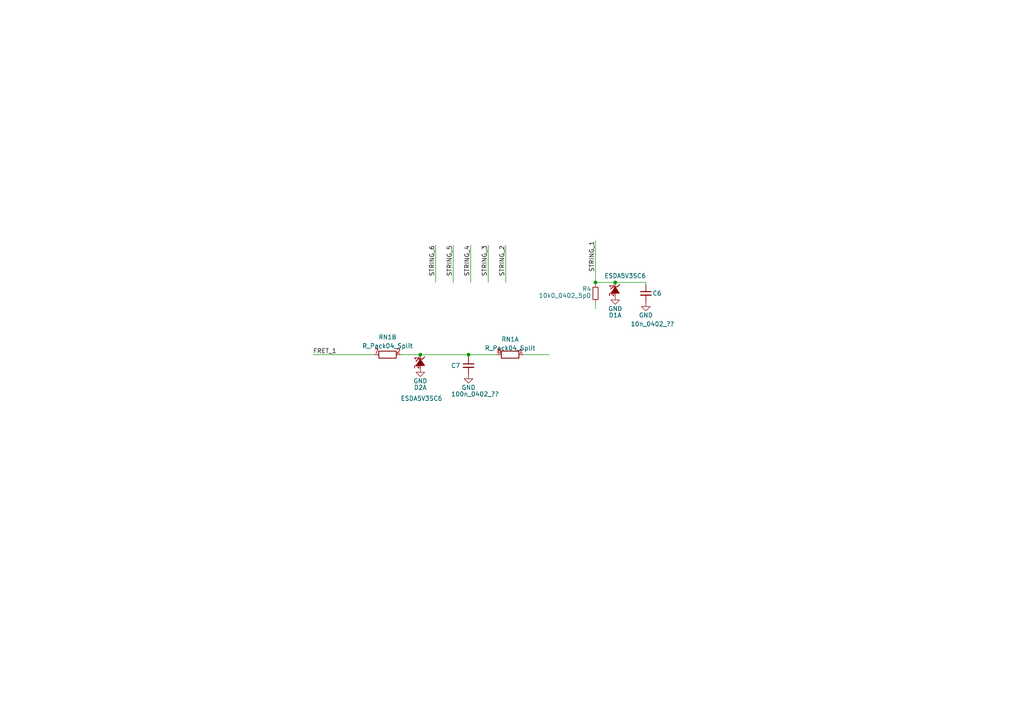
<source format=kicad_sch>
(kicad_sch (version 20250114) (generator "eeschema") (generator_version "9.0")
  (paper "A4")
  (title_block (title "Beacon Lite") (date "2025-04-13") (rev "1") (company "Beep Boop"))
  (lib_symbols
    (symbol "Beacon_Lite_Library:ESDA5V3SC6"
      (property "Reference" "D" (at 2.54 1.905 0))
      (property "Value" "ESDA5V3SC6" (at 7.62 0 0))
      (symbol "ESDA5V3SC6_1_1"
        (polyline (pts (xy 0 -1.905) (xy -0.635 -1.905) (xy -1.27 -2.54)) (stroke (width 0.254)))
        (polyline (pts (xy 0 -1.905) (xy 0.635 -1.905) (xy 1.27 -1.27)) (stroke (width 0.254)))
        (polyline (pts (xy 0 -1.905) (xy -1.27 -3.81) (xy 1.27 -3.81) (xy 0 -1.905)) (fill (type outline)))
        (pin passive line (at 0 -1.27 270) (length 0.635) (name "") (number "1"))
        (pin passive line (at 0 -4.445 90) (length 0.635) (name "") (number "2"))
      )
      (symbol "ESDA5V3SC6_2_1"
        (polyline (pts (xy -1.27 -4.445) (xy 1.27 -4.445) (xy 0 -5.715) (xy -1.27 -4.445)))
        (polyline (pts (xy 0 -1.905) (xy -0.635 -1.905) (xy -1.27 -2.54)) (stroke (width 0.254)))
        (polyline (pts (xy 0 -1.905) (xy 0.635 -1.905) (xy 1.27 -1.27)) (stroke (width 0.254)))
        (polyline (pts (xy 0 -1.905) (xy -1.27 -3.81) (xy 1.27 -3.81) (xy 0 -1.905)) (fill (type outline)))
        (polyline (pts (xy 0 -4.445) (xy 0 -3.175)))
        (pin passive line (at 0 -1.27 270) (length 0.635) (name "") (number "3"))
      )
      (symbol "ESDA5V3SC6_3_1"
        (polyline (pts (xy -1.27 -4.445) (xy 1.27 -4.445) (xy 0 -5.715) (xy -1.27 -4.445)))
        (polyline (pts (xy 0 -1.905) (xy -0.635 -1.905) (xy -1.27 -2.54)) (stroke (width 0.254)))
        (polyline (pts (xy 0 -1.905) (xy 0.635 -1.905) (xy 1.27 -1.27)) (stroke (width 0.254)))
        (polyline (pts (xy 0 -1.905) (xy -1.27 -3.81) (xy 1.27 -3.81) (xy 0 -1.905)) (fill (type outline)))
        (polyline (pts (xy 0 -4.445) (xy 0 -3.175)))
        (pin passive line (at 0 -1.27 270) (length 0.635) (name "") (number "4"))
      )
      (symbol "ESDA5V3SC6_4_1"
        (polyline (pts (xy -1.27 -4.445) (xy 1.27 -4.445) (xy 0 -5.715) (xy -1.27 -4.445)))
        (polyline (pts (xy 0 -1.905) (xy -0.635 -1.905) (xy -1.27 -2.54)) (stroke (width 0.254)))
        (polyline (pts (xy 0 -1.905) (xy 0.635 -1.905) (xy 1.27 -1.27)) (stroke (width 0.254)))
        (polyline (pts (xy 0 -1.905) (xy -1.27 -3.81) (xy 1.27 -3.81) (xy 0 -1.905)) (fill (type outline)))
        (polyline (pts (xy 0 -4.445) (xy 0 -3.175)))
        (pin passive line (at 0 -1.27 270) (length 0.635) (name "") (number "5"))
      )
    )
    (symbol "Device:C_Small" (pin_numbers (hide yes)) (pin_names (offset 0.254) (hide yes))
      (property "Reference" "C" (at 0.254 1.778 0))
      (property "Value" "C_Small" (at 0.254 -2.032 0))
      (symbol "C_Small_0_1"
        (polyline (pts (xy -1.524 0.508) (xy 1.524 0.508)) (stroke (width 0.3048)))
        (polyline (pts (xy -1.524 -0.508) (xy 1.524 -0.508)) (stroke (width 0.3302)))
      )
      (symbol "C_Small_1_1"
        (pin passive line (at 0 2.54 270) (length 2.032) (name "~") (number "1"))
        (pin passive line (at 0 -2.54 90) (length 2.032) (name "~") (number "2"))
      )
    )
    (symbol "Device:R_Pack04_Split" (pin_names (offset 0) (hide yes))
      (property "Reference" "RN" (at 2.032 0 90))
      (property "Value" "R_Pack04_Split" (at 0 0 90))
      (symbol "R_Pack04_Split_0_1"
        (rectangle (start 1.016 2.54) (end -1.016 -2.54) (stroke (width 0.254)))
      )
      (symbol "R_Pack04_Split_1_1"
        (pin passive line (at 0 3.81 270) (length 1.27) (name "R1.2") (number "8"))
        (pin passive line (at 0 -3.81 90) (length 1.27) (name "R1.1") (number "1"))
      )
      (symbol "R_Pack04_Split_2_1"
        (pin passive line (at 0 3.81 270) (length 1.27) (name "R2.2") (number "7"))
        (pin passive line (at 0 -3.81 90) (length 1.27) (name "R2.1") (number "2"))
      )
      (symbol "R_Pack04_Split_3_1"
        (pin passive line (at 0 3.81 270) (length 1.27) (name "R3.2") (number "6"))
        (pin passive line (at 0 -3.81 90) (length 1.27) (name "R3.1") (number "3"))
      )
      (symbol "R_Pack04_Split_4_1"
        (pin passive line (at 0 3.81 270) (length 1.27) (name "R4.2") (number "5"))
        (pin passive line (at 0 -3.81 90) (length 1.27) (name "R4.1") (number "4"))
      )
    )
    (symbol "Device:R_Small" (pin_numbers (hide yes)) (pin_names (offset 0.254) (hide yes))
      (property "Reference" "R" (at 0.762 0.508 0))
      (property "Value" "R_Small" (at 0.762 -1.016 0))
      (symbol "R_Small_0_1"
        (rectangle (start -0.762 1.778) (end 0.762 -1.778) (stroke (width 0.2032)))
      )
      (symbol "R_Small_1_1"
        (pin passive line (at 0 2.54 270) (length 0.762) (name "~") (number "1"))
        (pin passive line (at 0 -2.54 90) (length 0.762) (name "~") (number "2"))
      )
    )
    (symbol "power:GND" (power) (pin_names (offset 0))
      (property "Value" "GND" (at 0 -3.81 0))
      (symbol "GND_0_1"
        (polyline (pts (xy 0 0) (xy 0 -1.27) (xy 1.27 -1.27) (xy 0 -2.54) (xy -1.27 -1.27) (xy 0 -1.27)))
      )
      (symbol "GND_1_1"
        (pin power_in line (at 0 0 270) (length 0) (hide yes) (name "GND") (number "1"))
      )
    )
  )
  (junction (at 172.72 81.915))
  (junction (at 135.89 102.87))
  (junction (at 121.92 102.87))
  (junction (at 178.435 81.915))
  (wire (pts (xy 90.805 102.87) (xy 108.585 102.87)))
  (wire (pts (xy 136.525 71.12) (xy 136.525 81.915)))
  (wire (pts (xy 141.605 71.12) (xy 141.605 81.915)))
  (wire (pts (xy 135.89 103.505) (xy 135.89 102.87)))
  (wire (pts (xy 131.445 71.12) (xy 131.445 81.915)))
  (wire (pts (xy 172.72 87.63) (xy 172.72 89.535)))
  (wire (pts (xy 172.72 82.55) (xy 172.72 81.915)))
  (wire (pts (xy 172.72 81.915) (xy 178.435 81.915)))
  (wire (pts (xy 135.89 102.87) (xy 144.145 102.87)))
  (wire (pts (xy 151.765 102.87) (xy 159.385 102.87)))
  (wire (pts (xy 121.92 102.87) (xy 121.92 103.505)))
  (wire (pts (xy 172.72 69.85) (xy 172.72 81.915)))
  (wire (pts (xy 121.92 102.87) (xy 135.89 102.87)))
  (wire (pts (xy 178.435 82.55) (xy 178.435 81.915)))
  (wire (pts (xy 187.325 81.915) (xy 187.325 82.55)))
  (wire (pts (xy 126.365 71.12) (xy 126.365 81.915)))
  (wire (pts (xy 116.205 102.87) (xy 121.92 102.87)))
  (wire (pts (xy 178.435 81.915) (xy 187.325 81.915)))
  (wire (pts (xy 146.685 71.12) (xy 146.685 81.915)))
  (label "STRING_4" (at 136.525 71.12 270))
  (label "STRING_6" (at 126.365 71.12 270))
  (label "FRET_1" (at 90.805 102.87 0))
  (label "STRING_3" (at 141.605 71.12 270))
  (label "STRING_1" (at 172.72 69.85 270))
  (label "STRING_5" (at 131.445 71.12 270))
  (label "STRING_2" (at 146.685 71.12 270))
  (symbol (lib_id "power:GND") (at 121.92 106.68 0) (unit 1)
    (property "Reference" "#PWR016" (effects (hide yes)))
    (property "Value" "GND" (at 121.92 110.49 0))
  )
  (symbol (lib_id "Device:C_Small") (at 187.325 85.09 0) (unit 1)
    (property "Reference" "C6" (at 189.23 85.09 0) (effects (justify left)))
    (property "Value" "10n_0402_??" (at 182.88 93.98 0) (effects (justify left)))
  )
  (symbol (lib_id "Device:R_Pack04_Split") (at 112.395 102.87 90) (unit 2)
    (property "Reference" "RN1" (at 112.395 97.79 90))
    (property "Value" "R_Pack04_Split" (at 112.395 100.33 90))
    (property "Datasheet" "https://www.mouser.com/ProductDetail/Bourns/CAY10-102J4LF?qs=sGPwja4MK3eTf781t9KvQQ%3D%3D" (effects (hide yes)))
  )
  (symbol (lib_id "Device:R_Pack04_Split") (at 147.955 102.87 90) (unit 1)
    (property "Reference" "RN1" (at 147.955 98.425 90))
    (property "Value" "R_Pack04_Split" (at 147.955 100.965 90))
    (property "Datasheet" "https://www.mouser.com/ProductDetail/Bourns/CAY10-102J4LF?qs=sGPwja4MK3eTf781t9KvQQ%3D%3D" (effects (hide yes)))
  )
  (symbol (lib_id "power:GND") (at 178.435 85.725 0) (unit 1)
    (property "Reference" "#PWR014" (effects (hide yes)))
    (property "Value" "GND" (at 178.435 89.535 0))
  )
  (symbol (lib_id "Device:C_Small") (at 135.89 106.045 0) (unit 1)
    (property "Reference" "C7" (at 130.81 106.045 0) (effects (justify left)))
    (property "Value" "100n_0402_??" (at 130.81 114.3 0) (effects (justify left)))
  )
  (symbol (lib_id "power:GND") (at 187.325 87.63 0) (unit 1)
    (property "Reference" "#PWR015" (effects (hide yes)))
    (property "Value" "GND" (at 187.325 91.44 0))
  )
  (symbol (lib_id "Beacon_Lite_Library:ESDA5V3SC6") (at 121.92 102.235 0) (unit 1)
    (property "Reference" "D2" (at 120.015 112.395 0) (effects (justify left)))
    (property "Value" "ESDA5V3SC6" (at 116.205 115.57 0) (effects (justify left)))
    (property "Datasheet" "https://www.mouser.com/datasheet/2/389/esda14v2sc5-1849278.pdf" (effects (hide yes)))
  )
  (symbol (lib_id "Device:R_Small") (at 172.72 85.09 180) (unit 1)
    (property "Reference" "R4" (at 170.18 83.82 0))
    (property "Value" "10k0_0402_5p0" (at 163.83 85.725 0))
    (property "Footprint" "Footprint_Library:0603_1608Metric_Handsolder" (effects (hide yes)))
    (instances (project "Beacon_Lite" (path "" (reference "R4") (unit 1))) (project "Beacon" (path "" (reference "R2204") (unit 1))) (project "Beacon_Multiboard" (path "" (reference "R504") (unit 1))))
  )
  (symbol (lib_id "power:GND") (at 135.89 108.585 0) (unit 1)
    (property "Reference" "#PWR017" (effects (hide yes)))
    (property "Value" "GND" (at 135.89 112.395 0))
  )
  (symbol (lib_id "Beacon_Lite_Library:ESDA5V3SC6") (at 178.435 81.28 0) (unit 1)
    (property "Reference" "D1" (at 176.53 91.44 0) (effects (justify left)))
    (property "Value" "ESDA5V3SC6" (at 175.26 80.01 0) (effects (justify left)))
    (property "Datasheet" "https://www.mouser.com/datasheet/2/389/esda14v2sc5-1849278.pdf" (effects (hide yes)))
  )
)
</source>
